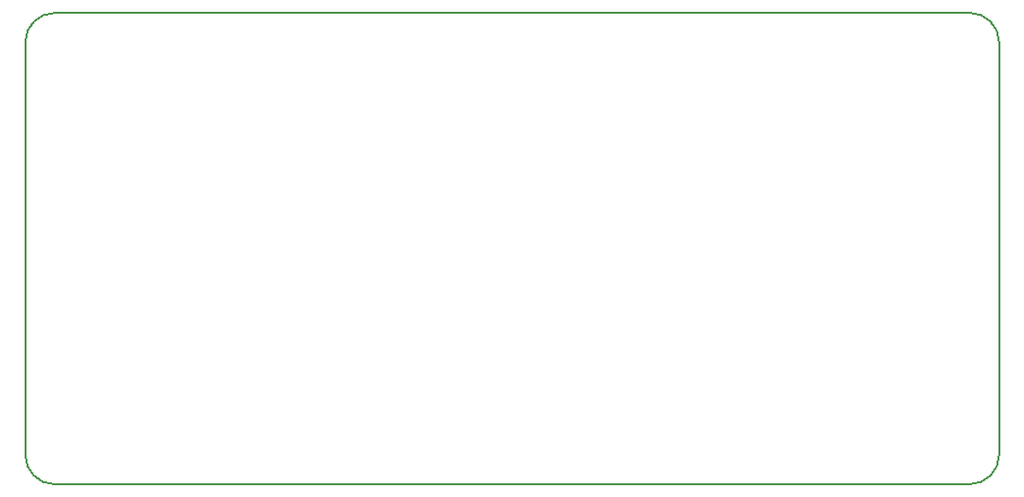
<source format=gm1>
G04 #@! TF.FileFunction,Profile,NP*
%FSLAX46Y46*%
G04 Gerber Fmt 4.6, Leading zero omitted, Abs format (unit mm)*
G04 Created by KiCad (PCBNEW 4.0.2-4+6225~38~ubuntu14.04.1-stable) date jeu. 24 mars 2016 21:46:02 CET*
%MOMM*%
G01*
G04 APERTURE LIST*
%ADD10C,0.150000*%
G04 APERTURE END LIST*
D10*
X168910000Y-88900000D02*
G75*
G03X166370000Y-86360000I-2540000J0D01*
G01*
X166370000Y-127000000D02*
G75*
G03X168910000Y-124460000I0J2540000D01*
G01*
X85090000Y-124460000D02*
G75*
G03X87630000Y-127000000I2540000J0D01*
G01*
X87630000Y-86360000D02*
G75*
G03X85090000Y-88900000I0J-2540000D01*
G01*
X85090000Y-124460000D02*
X85090000Y-88900000D01*
X166370000Y-127000000D02*
X87630000Y-127000000D01*
X168910000Y-88900000D02*
X168910000Y-124460000D01*
X87630000Y-86360000D02*
X166370000Y-86360000D01*
M02*

</source>
